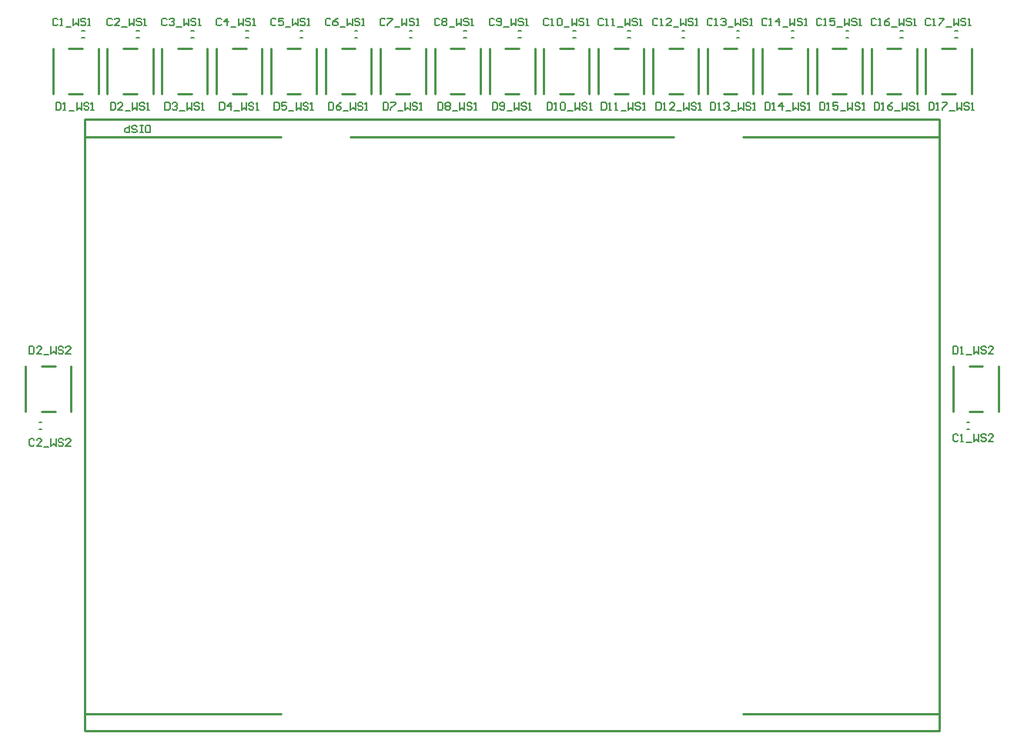
<source format=gto>
G04 Layer_Color=65535*
%FSLAX44Y44*%
%MOMM*%
G71*
G01*
G75*
%ADD12C,0.2540*%
%ADD79C,0.1778*%
%ADD80C,0.1500*%
D12*
X-469900Y0D02*
Y336550D01*
X469900D01*
X470000Y317500D02*
Y336450D01*
X-470000Y-336450D02*
Y-317500D01*
Y-336450D02*
X-469900Y-336550D01*
X469900D01*
Y0D01*
X-469900Y317500D02*
X-254000D01*
X-470000Y317400D02*
X-469900Y317500D01*
X-470000Y-317500D02*
Y317400D01*
X254000Y317500D02*
X469900D01*
X470000Y317400D01*
Y-317500D02*
Y317400D01*
X254000Y-317500D02*
X470000D01*
X-470000D02*
X-254000D01*
X-177800Y317500D02*
X177800D01*
X455000Y365000D02*
Y415000D01*
X472500D02*
X487500D01*
X472500Y365000D02*
X487500D01*
X505000D02*
Y390000D01*
Y415000D01*
X395000Y365000D02*
Y415000D01*
X412500D02*
X427500D01*
X412500Y365000D02*
X427500D01*
X445000D02*
Y390000D01*
Y415000D01*
X385000Y390000D02*
Y415000D01*
Y365000D02*
Y390000D01*
X352500Y365000D02*
X367500D01*
X352500Y415000D02*
X367500D01*
X335000Y365000D02*
Y415000D01*
X325000Y390000D02*
Y415000D01*
Y365000D02*
Y390000D01*
X292500Y365000D02*
X307500D01*
X292500Y415000D02*
X307500D01*
X275000Y365000D02*
Y415000D01*
X265000Y390000D02*
Y415000D01*
Y365000D02*
Y390000D01*
X232500Y365000D02*
X247500D01*
X232500Y415000D02*
X247500D01*
X215000Y365000D02*
Y415000D01*
X205000Y390000D02*
Y415000D01*
Y365000D02*
Y390000D01*
X172500Y365000D02*
X187500D01*
X172500Y415000D02*
X187500D01*
X155000Y365000D02*
Y415000D01*
X145000Y390000D02*
Y415000D01*
Y365000D02*
Y390000D01*
X112500Y365000D02*
X127500D01*
X112500Y415000D02*
X127500D01*
X95000Y365000D02*
Y415000D01*
X85000Y390000D02*
Y415000D01*
Y365000D02*
Y390000D01*
X52500Y365000D02*
X67500D01*
X52500Y415000D02*
X67500D01*
X35000Y365000D02*
Y415000D01*
X25000Y390000D02*
Y415000D01*
Y365000D02*
Y390000D01*
X-7500Y365000D02*
X7500D01*
X-7500Y415000D02*
X7500D01*
X-25000Y365000D02*
Y415000D01*
X-35000Y390000D02*
Y415000D01*
Y365000D02*
Y390000D01*
X-67500Y365000D02*
X-52500D01*
X-67500Y415000D02*
X-52500D01*
X-85000Y365000D02*
Y415000D01*
X-95000Y390000D02*
Y415000D01*
Y365000D02*
Y390000D01*
X-127500Y365000D02*
X-112500D01*
X-127500Y415000D02*
X-112500D01*
X-145000Y365000D02*
Y415000D01*
X-155000Y390000D02*
Y415000D01*
Y365000D02*
Y390000D01*
X-187500Y365000D02*
X-172500D01*
X-187500Y415000D02*
X-172500D01*
X-205000Y365000D02*
Y415000D01*
X-215000Y390000D02*
Y415000D01*
Y365000D02*
Y390000D01*
X-247500Y365000D02*
X-232500D01*
X-247500Y415000D02*
X-232500D01*
X-265000Y365000D02*
Y415000D01*
X-275000Y390000D02*
Y415000D01*
Y365000D02*
Y390000D01*
X-307500Y365000D02*
X-292500D01*
X-307500Y415000D02*
X-292500D01*
X-325000Y365000D02*
Y415000D01*
X-335000Y390000D02*
Y415000D01*
Y365000D02*
Y390000D01*
X-367500Y365000D02*
X-352500D01*
X-367500Y415000D02*
X-352500D01*
X-385000Y365000D02*
Y415000D01*
X-395000Y390000D02*
Y415000D01*
Y365000D02*
Y390000D01*
X-427500Y365000D02*
X-412500D01*
X-427500Y415000D02*
X-412500D01*
X-445000Y365000D02*
Y415000D01*
X-455000Y390000D02*
Y415000D01*
Y365000D02*
Y390000D01*
X-487500Y365000D02*
X-472500D01*
X-487500Y415000D02*
X-472500D01*
X-505000Y365000D02*
Y415000D01*
X-485000Y15000D02*
Y65000D01*
X-517500Y15000D02*
X-502500D01*
X-517500Y65000D02*
X-502500D01*
X-535000Y40000D02*
Y65000D01*
Y15000D02*
Y40000D01*
X535000Y15000D02*
Y65000D01*
X502500Y15000D02*
X517500D01*
X502500Y65000D02*
X517500D01*
X485000Y40000D02*
Y65000D01*
Y15000D02*
Y40000D01*
D79*
X487000Y426750D02*
X490000D01*
X487000Y434250D02*
X490000D01*
X427000Y426750D02*
X430000D01*
X427000Y434250D02*
X430000D01*
X367000D02*
X370000D01*
X367000Y426750D02*
X370000D01*
X307000Y434250D02*
X310000D01*
X307000Y426750D02*
X310000D01*
X247000Y434250D02*
X250000D01*
X247000Y426750D02*
X250000D01*
X187000Y434250D02*
X190000D01*
X187000Y426750D02*
X190000D01*
X127000Y434250D02*
X130000D01*
X127000Y426750D02*
X130000D01*
X67000Y434250D02*
X70000D01*
X67000Y426750D02*
X70000D01*
X7000Y434250D02*
X10000D01*
X7000Y426750D02*
X10000D01*
X-53000Y434250D02*
X-50000D01*
X-53000Y426750D02*
X-50000D01*
X-113000Y434250D02*
X-110000D01*
X-113000Y426750D02*
X-110000D01*
X-173000Y434250D02*
X-170000D01*
X-173000Y426750D02*
X-170000D01*
X-233000Y434250D02*
X-230000D01*
X-233000Y426750D02*
X-230000D01*
X-293000Y434250D02*
X-290000D01*
X-293000Y426750D02*
X-290000D01*
X-353000Y434250D02*
X-350000D01*
X-353000Y426750D02*
X-350000D01*
X-413000Y434250D02*
X-410000D01*
X-413000Y426750D02*
X-410000D01*
X-473000Y434250D02*
X-470000D01*
X-473000Y426750D02*
X-470000D01*
X500000Y3250D02*
X503000D01*
X500000Y-4250D02*
X503000D01*
X-520000Y3250D02*
X-517000D01*
X-520000Y-4250D02*
X-517000D01*
D80*
X-398000Y322003D02*
Y330000D01*
X-401999D01*
X-403332Y328667D01*
Y323335D01*
X-401999Y322003D01*
X-398000D01*
X-405997D02*
X-408663D01*
X-407330D01*
Y330000D01*
X-405997D01*
X-408663D01*
X-417994Y323335D02*
X-416661Y322003D01*
X-413995D01*
X-412662Y323335D01*
Y324668D01*
X-413995Y326001D01*
X-416661D01*
X-417994Y327334D01*
Y328667D01*
X-416661Y330000D01*
X-413995D01*
X-412662Y328667D01*
X-420659Y330000D02*
Y322003D01*
X-424658D01*
X-425991Y323335D01*
Y326001D01*
X-424658Y327334D01*
X-420659D01*
X-530860Y86737D02*
Y78740D01*
X-526861D01*
X-525528Y80073D01*
Y85405D01*
X-526861Y86737D01*
X-530860D01*
X-517531Y78740D02*
X-522863D01*
X-517531Y84072D01*
Y85405D01*
X-518864Y86737D01*
X-521530D01*
X-522863Y85405D01*
X-514865Y77407D02*
X-509534D01*
X-506868Y86737D02*
Y78740D01*
X-504202Y81406D01*
X-501536Y78740D01*
Y86737D01*
X-493539Y85405D02*
X-494872Y86737D01*
X-497537D01*
X-498870Y85405D01*
Y84072D01*
X-497537Y82739D01*
X-494872D01*
X-493539Y81406D01*
Y80073D01*
X-494872Y78740D01*
X-497537D01*
X-498870Y80073D01*
X-485541Y78740D02*
X-490873D01*
X-485541Y84072D01*
Y85405D01*
X-486874Y86737D01*
X-489540D01*
X-490873Y85405D01*
X485140Y86737D02*
Y78740D01*
X489139D01*
X490472Y80073D01*
Y85405D01*
X489139Y86737D01*
X485140D01*
X493137Y78740D02*
X495803D01*
X494470D01*
Y86737D01*
X493137Y85405D01*
X499802Y77407D02*
X505134D01*
X507799Y86737D02*
Y78740D01*
X510465Y81406D01*
X513131Y78740D01*
Y86737D01*
X521128Y85405D02*
X519795Y86737D01*
X517130D01*
X515797Y85405D01*
Y84072D01*
X517130Y82739D01*
X519795D01*
X521128Y81406D01*
Y80073D01*
X519795Y78740D01*
X517130D01*
X515797Y80073D01*
X529126Y78740D02*
X523794D01*
X529126Y84072D01*
Y85405D01*
X527793Y86737D01*
X525127D01*
X523794Y85405D01*
X-525528Y-16195D02*
X-526861Y-14863D01*
X-529527D01*
X-530860Y-16195D01*
Y-21527D01*
X-529527Y-22860D01*
X-526861D01*
X-525528Y-21527D01*
X-517531Y-22860D02*
X-522863D01*
X-517531Y-17528D01*
Y-16195D01*
X-518864Y-14863D01*
X-521530D01*
X-522863Y-16195D01*
X-514865Y-24193D02*
X-509534D01*
X-506868Y-14863D02*
Y-22860D01*
X-504202Y-20194D01*
X-501536Y-22860D01*
Y-14863D01*
X-493539Y-16195D02*
X-494872Y-14863D01*
X-497537D01*
X-498870Y-16195D01*
Y-17528D01*
X-497537Y-18861D01*
X-494872D01*
X-493539Y-20194D01*
Y-21527D01*
X-494872Y-22860D01*
X-497537D01*
X-498870Y-21527D01*
X-485541Y-22860D02*
X-490873D01*
X-485541Y-17528D01*
Y-16195D01*
X-486874Y-14863D01*
X-489540D01*
X-490873Y-16195D01*
X490472Y-11115D02*
X489139Y-9783D01*
X486473D01*
X485140Y-11115D01*
Y-16447D01*
X486473Y-17780D01*
X489139D01*
X490472Y-16447D01*
X493137Y-17780D02*
X495803D01*
X494470D01*
Y-9783D01*
X493137Y-11115D01*
X499802Y-19113D02*
X505134D01*
X507799Y-9783D02*
Y-17780D01*
X510465Y-15114D01*
X513131Y-17780D01*
Y-9783D01*
X521128Y-11115D02*
X519795Y-9783D01*
X517130D01*
X515797Y-11115D01*
Y-12448D01*
X517130Y-13781D01*
X519795D01*
X521128Y-15114D01*
Y-16447D01*
X519795Y-17780D01*
X517130D01*
X515797Y-16447D01*
X529126Y-17780D02*
X523794D01*
X529126Y-12448D01*
Y-11115D01*
X527793Y-9783D01*
X525127D01*
X523794Y-11115D01*
X458500Y354997D02*
Y347000D01*
X462499D01*
X463832Y348333D01*
Y353665D01*
X462499Y354997D01*
X458500D01*
X466497Y347000D02*
X469163D01*
X467830D01*
Y354997D01*
X466497Y353665D01*
X473162Y354997D02*
X478494D01*
Y353665D01*
X473162Y348333D01*
Y347000D01*
X481159Y345667D02*
X486491D01*
X489157Y354997D02*
Y347000D01*
X491823Y349666D01*
X494488Y347000D01*
Y354997D01*
X502486Y353665D02*
X501153Y354997D01*
X498487D01*
X497154Y353665D01*
Y352332D01*
X498487Y350999D01*
X501153D01*
X502486Y349666D01*
Y348333D01*
X501153Y347000D01*
X498487D01*
X497154Y348333D01*
X505152Y347000D02*
X507817D01*
X506484D01*
Y354997D01*
X505152Y353665D01*
X398500Y354997D02*
Y347000D01*
X402499D01*
X403832Y348333D01*
Y353665D01*
X402499Y354997D01*
X398500D01*
X406497Y347000D02*
X409163D01*
X407830D01*
Y354997D01*
X406497Y353665D01*
X418493Y354997D02*
X415828Y353665D01*
X413162Y350999D01*
Y348333D01*
X414495Y347000D01*
X417161D01*
X418493Y348333D01*
Y349666D01*
X417161Y350999D01*
X413162D01*
X421159Y345667D02*
X426491D01*
X429157Y354997D02*
Y347000D01*
X431823Y349666D01*
X434488Y347000D01*
Y354997D01*
X442486Y353665D02*
X441153Y354997D01*
X438487D01*
X437154Y353665D01*
Y352332D01*
X438487Y350999D01*
X441153D01*
X442486Y349666D01*
Y348333D01*
X441153Y347000D01*
X438487D01*
X437154Y348333D01*
X445152Y347000D02*
X447817D01*
X446484D01*
Y354997D01*
X445152Y353665D01*
X460332Y446665D02*
X458999Y447997D01*
X456333D01*
X455000Y446665D01*
Y441333D01*
X456333Y440000D01*
X458999D01*
X460332Y441333D01*
X462997Y440000D02*
X465663D01*
X464330D01*
Y447997D01*
X462997Y446665D01*
X469662Y447997D02*
X474994D01*
Y446665D01*
X469662Y441333D01*
Y440000D01*
X477659Y438667D02*
X482991D01*
X485657Y447997D02*
Y440000D01*
X488323Y442666D01*
X490988Y440000D01*
Y447997D01*
X498986Y446665D02*
X497653Y447997D01*
X494987D01*
X493654Y446665D01*
Y445332D01*
X494987Y443999D01*
X497653D01*
X498986Y442666D01*
Y441333D01*
X497653Y440000D01*
X494987D01*
X493654Y441333D01*
X501652Y440000D02*
X504317D01*
X502985D01*
Y447997D01*
X501652Y446665D01*
X400332D02*
X398999Y447997D01*
X396333D01*
X395000Y446665D01*
Y441333D01*
X396333Y440000D01*
X398999D01*
X400332Y441333D01*
X402997Y440000D02*
X405663D01*
X404330D01*
Y447997D01*
X402997Y446665D01*
X414994Y447997D02*
X412328Y446665D01*
X409662Y443999D01*
Y441333D01*
X410995Y440000D01*
X413661D01*
X414994Y441333D01*
Y442666D01*
X413661Y443999D01*
X409662D01*
X417659Y438667D02*
X422991D01*
X425657Y447997D02*
Y440000D01*
X428323Y442666D01*
X430988Y440000D01*
Y447997D01*
X438986Y446665D02*
X437653Y447997D01*
X434987D01*
X433654Y446665D01*
Y445332D01*
X434987Y443999D01*
X437653D01*
X438986Y442666D01*
Y441333D01*
X437653Y440000D01*
X434987D01*
X433654Y441333D01*
X441652Y440000D02*
X444317D01*
X442985D01*
Y447997D01*
X441652Y446665D01*
X340332D02*
X338999Y447997D01*
X336333D01*
X335000Y446665D01*
Y441333D01*
X336333Y440000D01*
X338999D01*
X340332Y441333D01*
X342997Y440000D02*
X345663D01*
X344330D01*
Y447997D01*
X342997Y446665D01*
X354994Y447997D02*
X349662D01*
Y443999D01*
X352328Y445332D01*
X353661D01*
X354994Y443999D01*
Y441333D01*
X353661Y440000D01*
X350995D01*
X349662Y441333D01*
X357659Y438667D02*
X362991D01*
X365657Y447997D02*
Y440000D01*
X368323Y442666D01*
X370988Y440000D01*
Y447997D01*
X378986Y446665D02*
X377653Y447997D01*
X374987D01*
X373654Y446665D01*
Y445332D01*
X374987Y443999D01*
X377653D01*
X378986Y442666D01*
Y441333D01*
X377653Y440000D01*
X374987D01*
X373654Y441333D01*
X381652Y440000D02*
X384317D01*
X382985D01*
Y447997D01*
X381652Y446665D01*
X280332D02*
X278999Y447997D01*
X276333D01*
X275000Y446665D01*
Y441333D01*
X276333Y440000D01*
X278999D01*
X280332Y441333D01*
X282997Y440000D02*
X285663D01*
X284330D01*
Y447997D01*
X282997Y446665D01*
X293661Y440000D02*
Y447997D01*
X289662Y443999D01*
X294993D01*
X297659Y438667D02*
X302991D01*
X305657Y447997D02*
Y440000D01*
X308323Y442666D01*
X310988Y440000D01*
Y447997D01*
X318986Y446665D02*
X317653Y447997D01*
X314987D01*
X313654Y446665D01*
Y445332D01*
X314987Y443999D01*
X317653D01*
X318986Y442666D01*
Y441333D01*
X317653Y440000D01*
X314987D01*
X313654Y441333D01*
X321652Y440000D02*
X324317D01*
X322985D01*
Y447997D01*
X321652Y446665D01*
X220332D02*
X218999Y447997D01*
X216333D01*
X215000Y446665D01*
Y441333D01*
X216333Y440000D01*
X218999D01*
X220332Y441333D01*
X222997Y440000D02*
X225663D01*
X224330D01*
Y447997D01*
X222997Y446665D01*
X229662D02*
X230995Y447997D01*
X233661D01*
X234993Y446665D01*
Y445332D01*
X233661Y443999D01*
X232328D01*
X233661D01*
X234993Y442666D01*
Y441333D01*
X233661Y440000D01*
X230995D01*
X229662Y441333D01*
X237659Y438667D02*
X242991D01*
X245657Y447997D02*
Y440000D01*
X248323Y442666D01*
X250988Y440000D01*
Y447997D01*
X258986Y446665D02*
X257653Y447997D01*
X254987D01*
X253654Y446665D01*
Y445332D01*
X254987Y443999D01*
X257653D01*
X258986Y442666D01*
Y441333D01*
X257653Y440000D01*
X254987D01*
X253654Y441333D01*
X261652Y440000D02*
X264317D01*
X262985D01*
Y447997D01*
X261652Y446665D01*
X160332D02*
X158999Y447997D01*
X156333D01*
X155000Y446665D01*
Y441333D01*
X156333Y440000D01*
X158999D01*
X160332Y441333D01*
X162997Y440000D02*
X165663D01*
X164330D01*
Y447997D01*
X162997Y446665D01*
X174994Y440000D02*
X169662D01*
X174994Y445332D01*
Y446665D01*
X173661Y447997D01*
X170995D01*
X169662Y446665D01*
X177659Y438667D02*
X182991D01*
X185657Y447997D02*
Y440000D01*
X188323Y442666D01*
X190988Y440000D01*
Y447997D01*
X198986Y446665D02*
X197653Y447997D01*
X194987D01*
X193654Y446665D01*
Y445332D01*
X194987Y443999D01*
X197653D01*
X198986Y442666D01*
Y441333D01*
X197653Y440000D01*
X194987D01*
X193654Y441333D01*
X201652Y440000D02*
X204317D01*
X202985D01*
Y447997D01*
X201652Y446665D01*
X100332D02*
X98999Y447997D01*
X96333D01*
X95000Y446665D01*
Y441333D01*
X96333Y440000D01*
X98999D01*
X100332Y441333D01*
X102997Y440000D02*
X105663D01*
X104330D01*
Y447997D01*
X102997Y446665D01*
X109662Y440000D02*
X112328D01*
X110995D01*
Y447997D01*
X109662Y446665D01*
X116327Y438667D02*
X121658D01*
X124324Y447997D02*
Y440000D01*
X126990Y442666D01*
X129656Y440000D01*
Y447997D01*
X137653Y446665D02*
X136320Y447997D01*
X133654D01*
X132321Y446665D01*
Y445332D01*
X133654Y443999D01*
X136320D01*
X137653Y442666D01*
Y441333D01*
X136320Y440000D01*
X133654D01*
X132321Y441333D01*
X140319Y440000D02*
X142985D01*
X141652D01*
Y447997D01*
X140319Y446665D01*
X40332D02*
X38999Y447997D01*
X36333D01*
X35000Y446665D01*
Y441333D01*
X36333Y440000D01*
X38999D01*
X40332Y441333D01*
X42997Y440000D02*
X45663D01*
X44330D01*
Y447997D01*
X42997Y446665D01*
X49662D02*
X50995Y447997D01*
X53661D01*
X54994Y446665D01*
Y441333D01*
X53661Y440000D01*
X50995D01*
X49662Y441333D01*
Y446665D01*
X57659Y438667D02*
X62991D01*
X65657Y447997D02*
Y440000D01*
X68323Y442666D01*
X70988Y440000D01*
Y447997D01*
X78986Y446665D02*
X77653Y447997D01*
X74987D01*
X73654Y446665D01*
Y445332D01*
X74987Y443999D01*
X77653D01*
X78986Y442666D01*
Y441333D01*
X77653Y440000D01*
X74987D01*
X73654Y441333D01*
X81652Y440000D02*
X84317D01*
X82985D01*
Y447997D01*
X81652Y446665D01*
X-19668D02*
X-21001Y447997D01*
X-23667D01*
X-25000Y446665D01*
Y441333D01*
X-23667Y440000D01*
X-21001D01*
X-19668Y441333D01*
X-17003D02*
X-15670Y440000D01*
X-13004D01*
X-11671Y441333D01*
Y446665D01*
X-13004Y447997D01*
X-15670D01*
X-17003Y446665D01*
Y445332D01*
X-15670Y443999D01*
X-11671D01*
X-9005Y438667D02*
X-3674D01*
X-1008Y447997D02*
Y440000D01*
X1658Y442666D01*
X4324Y440000D01*
Y447997D01*
X12321Y446665D02*
X10988Y447997D01*
X8323D01*
X6990Y446665D01*
Y445332D01*
X8323Y443999D01*
X10988D01*
X12321Y442666D01*
Y441333D01*
X10988Y440000D01*
X8323D01*
X6990Y441333D01*
X14987Y440000D02*
X17653D01*
X16320D01*
Y447997D01*
X14987Y446665D01*
X-79668D02*
X-81001Y447997D01*
X-83667D01*
X-85000Y446665D01*
Y441333D01*
X-83667Y440000D01*
X-81001D01*
X-79668Y441333D01*
X-77003Y446665D02*
X-75670Y447997D01*
X-73004D01*
X-71671Y446665D01*
Y445332D01*
X-73004Y443999D01*
X-71671Y442666D01*
Y441333D01*
X-73004Y440000D01*
X-75670D01*
X-77003Y441333D01*
Y442666D01*
X-75670Y443999D01*
X-77003Y445332D01*
Y446665D01*
X-75670Y443999D02*
X-73004D01*
X-69005Y438667D02*
X-63674D01*
X-61008Y447997D02*
Y440000D01*
X-58342Y442666D01*
X-55676Y440000D01*
Y447997D01*
X-47679Y446665D02*
X-49012Y447997D01*
X-51677D01*
X-53010Y446665D01*
Y445332D01*
X-51677Y443999D01*
X-49012D01*
X-47679Y442666D01*
Y441333D01*
X-49012Y440000D01*
X-51677D01*
X-53010Y441333D01*
X-45013Y440000D02*
X-42347D01*
X-43680D01*
Y447997D01*
X-45013Y446665D01*
X-139668D02*
X-141001Y447997D01*
X-143667D01*
X-145000Y446665D01*
Y441333D01*
X-143667Y440000D01*
X-141001D01*
X-139668Y441333D01*
X-137003Y447997D02*
X-131671D01*
Y446665D01*
X-137003Y441333D01*
Y440000D01*
X-129005Y438667D02*
X-123674D01*
X-121008Y447997D02*
Y440000D01*
X-118342Y442666D01*
X-115676Y440000D01*
Y447997D01*
X-107679Y446665D02*
X-109012Y447997D01*
X-111677D01*
X-113010Y446665D01*
Y445332D01*
X-111677Y443999D01*
X-109012D01*
X-107679Y442666D01*
Y441333D01*
X-109012Y440000D01*
X-111677D01*
X-113010Y441333D01*
X-105013Y440000D02*
X-102347D01*
X-103680D01*
Y447997D01*
X-105013Y446665D01*
X-199668D02*
X-201001Y447997D01*
X-203667D01*
X-205000Y446665D01*
Y441333D01*
X-203667Y440000D01*
X-201001D01*
X-199668Y441333D01*
X-191671Y447997D02*
X-194337Y446665D01*
X-197003Y443999D01*
Y441333D01*
X-195670Y440000D01*
X-193004D01*
X-191671Y441333D01*
Y442666D01*
X-193004Y443999D01*
X-197003D01*
X-189005Y438667D02*
X-183674D01*
X-181008Y447997D02*
Y440000D01*
X-178342Y442666D01*
X-175676Y440000D01*
Y447997D01*
X-167679Y446665D02*
X-169012Y447997D01*
X-171677D01*
X-173010Y446665D01*
Y445332D01*
X-171677Y443999D01*
X-169012D01*
X-167679Y442666D01*
Y441333D01*
X-169012Y440000D01*
X-171677D01*
X-173010Y441333D01*
X-165013Y440000D02*
X-162347D01*
X-163680D01*
Y447997D01*
X-165013Y446665D01*
X-259668D02*
X-261001Y447997D01*
X-263667D01*
X-265000Y446665D01*
Y441333D01*
X-263667Y440000D01*
X-261001D01*
X-259668Y441333D01*
X-251671Y447997D02*
X-257003D01*
Y443999D01*
X-254337Y445332D01*
X-253004D01*
X-251671Y443999D01*
Y441333D01*
X-253004Y440000D01*
X-255670D01*
X-257003Y441333D01*
X-249005Y438667D02*
X-243674D01*
X-241008Y447997D02*
Y440000D01*
X-238342Y442666D01*
X-235676Y440000D01*
Y447997D01*
X-227679Y446665D02*
X-229012Y447997D01*
X-231677D01*
X-233010Y446665D01*
Y445332D01*
X-231677Y443999D01*
X-229012D01*
X-227679Y442666D01*
Y441333D01*
X-229012Y440000D01*
X-231677D01*
X-233010Y441333D01*
X-225013Y440000D02*
X-222347D01*
X-223680D01*
Y447997D01*
X-225013Y446665D01*
X-319668D02*
X-321001Y447997D01*
X-323667D01*
X-325000Y446665D01*
Y441333D01*
X-323667Y440000D01*
X-321001D01*
X-319668Y441333D01*
X-313004Y440000D02*
Y447997D01*
X-317003Y443999D01*
X-311671D01*
X-309005Y438667D02*
X-303674D01*
X-301008Y447997D02*
Y440000D01*
X-298342Y442666D01*
X-295676Y440000D01*
Y447997D01*
X-287679Y446665D02*
X-289012Y447997D01*
X-291677D01*
X-293010Y446665D01*
Y445332D01*
X-291677Y443999D01*
X-289012D01*
X-287679Y442666D01*
Y441333D01*
X-289012Y440000D01*
X-291677D01*
X-293010Y441333D01*
X-285013Y440000D02*
X-282347D01*
X-283680D01*
Y447997D01*
X-285013Y446665D01*
X-379668D02*
X-381001Y447997D01*
X-383667D01*
X-385000Y446665D01*
Y441333D01*
X-383667Y440000D01*
X-381001D01*
X-379668Y441333D01*
X-377003Y446665D02*
X-375670Y447997D01*
X-373004D01*
X-371671Y446665D01*
Y445332D01*
X-373004Y443999D01*
X-374337D01*
X-373004D01*
X-371671Y442666D01*
Y441333D01*
X-373004Y440000D01*
X-375670D01*
X-377003Y441333D01*
X-369005Y438667D02*
X-363674D01*
X-361008Y447997D02*
Y440000D01*
X-358342Y442666D01*
X-355676Y440000D01*
Y447997D01*
X-347679Y446665D02*
X-349012Y447997D01*
X-351677D01*
X-353010Y446665D01*
Y445332D01*
X-351677Y443999D01*
X-349012D01*
X-347679Y442666D01*
Y441333D01*
X-349012Y440000D01*
X-351677D01*
X-353010Y441333D01*
X-345013Y440000D02*
X-342347D01*
X-343680D01*
Y447997D01*
X-345013Y446665D01*
X-439668D02*
X-441001Y447997D01*
X-443667D01*
X-445000Y446665D01*
Y441333D01*
X-443667Y440000D01*
X-441001D01*
X-439668Y441333D01*
X-431671Y440000D02*
X-437003D01*
X-431671Y445332D01*
Y446665D01*
X-433004Y447997D01*
X-435670D01*
X-437003Y446665D01*
X-429005Y438667D02*
X-423674D01*
X-421008Y447997D02*
Y440000D01*
X-418342Y442666D01*
X-415676Y440000D01*
Y447997D01*
X-407679Y446665D02*
X-409012Y447997D01*
X-411677D01*
X-413010Y446665D01*
Y445332D01*
X-411677Y443999D01*
X-409012D01*
X-407679Y442666D01*
Y441333D01*
X-409012Y440000D01*
X-411677D01*
X-413010Y441333D01*
X-405013Y440000D02*
X-402347D01*
X-403680D01*
Y447997D01*
X-405013Y446665D01*
X-499668D02*
X-501001Y447997D01*
X-503667D01*
X-505000Y446665D01*
Y441333D01*
X-503667Y440000D01*
X-501001D01*
X-499668Y441333D01*
X-497003Y440000D02*
X-494337D01*
X-495670D01*
Y447997D01*
X-497003Y446665D01*
X-490338Y438667D02*
X-485006D01*
X-482341Y447997D02*
Y440000D01*
X-479675Y442666D01*
X-477009Y440000D01*
Y447997D01*
X-469012Y446665D02*
X-470345Y447997D01*
X-473010D01*
X-474343Y446665D01*
Y445332D01*
X-473010Y443999D01*
X-470345D01*
X-469012Y442666D01*
Y441333D01*
X-470345Y440000D01*
X-473010D01*
X-474343Y441333D01*
X-466346Y440000D02*
X-463680D01*
X-465013D01*
Y447997D01*
X-466346Y446665D01*
X338500Y354997D02*
Y347000D01*
X342499D01*
X343832Y348333D01*
Y353665D01*
X342499Y354997D01*
X338500D01*
X346497Y347000D02*
X349163D01*
X347830D01*
Y354997D01*
X346497Y353665D01*
X358494Y354997D02*
X353162D01*
Y350999D01*
X355828Y352332D01*
X357161D01*
X358494Y350999D01*
Y348333D01*
X357161Y347000D01*
X354495D01*
X353162Y348333D01*
X361159Y345667D02*
X366491D01*
X369157Y354997D02*
Y347000D01*
X371823Y349666D01*
X374488Y347000D01*
Y354997D01*
X382486Y353665D02*
X381153Y354997D01*
X378487D01*
X377154Y353665D01*
Y352332D01*
X378487Y350999D01*
X381153D01*
X382486Y349666D01*
Y348333D01*
X381153Y347000D01*
X378487D01*
X377154Y348333D01*
X385152Y347000D02*
X387817D01*
X386484D01*
Y354997D01*
X385152Y353665D01*
X278500Y354997D02*
Y347000D01*
X282499D01*
X283832Y348333D01*
Y353665D01*
X282499Y354997D01*
X278500D01*
X286497Y347000D02*
X289163D01*
X287830D01*
Y354997D01*
X286497Y353665D01*
X297161Y347000D02*
Y354997D01*
X293162Y350999D01*
X298494D01*
X301159Y345667D02*
X306491D01*
X309157Y354997D02*
Y347000D01*
X311823Y349666D01*
X314488Y347000D01*
Y354997D01*
X322486Y353665D02*
X321153Y354997D01*
X318487D01*
X317154Y353665D01*
Y352332D01*
X318487Y350999D01*
X321153D01*
X322486Y349666D01*
Y348333D01*
X321153Y347000D01*
X318487D01*
X317154Y348333D01*
X325152Y347000D02*
X327817D01*
X326484D01*
Y354997D01*
X325152Y353665D01*
X218500Y354997D02*
Y347000D01*
X222499D01*
X223832Y348333D01*
Y353665D01*
X222499Y354997D01*
X218500D01*
X226497Y347000D02*
X229163D01*
X227830D01*
Y354997D01*
X226497Y353665D01*
X233162D02*
X234495Y354997D01*
X237161D01*
X238494Y353665D01*
Y352332D01*
X237161Y350999D01*
X235828D01*
X237161D01*
X238494Y349666D01*
Y348333D01*
X237161Y347000D01*
X234495D01*
X233162Y348333D01*
X241159Y345667D02*
X246491D01*
X249157Y354997D02*
Y347000D01*
X251823Y349666D01*
X254488Y347000D01*
Y354997D01*
X262486Y353665D02*
X261153Y354997D01*
X258487D01*
X257154Y353665D01*
Y352332D01*
X258487Y350999D01*
X261153D01*
X262486Y349666D01*
Y348333D01*
X261153Y347000D01*
X258487D01*
X257154Y348333D01*
X265152Y347000D02*
X267817D01*
X266485D01*
Y354997D01*
X265152Y353665D01*
X158500Y354997D02*
Y347000D01*
X162499D01*
X163832Y348333D01*
Y353665D01*
X162499Y354997D01*
X158500D01*
X166497Y347000D02*
X169163D01*
X167830D01*
Y354997D01*
X166497Y353665D01*
X178494Y347000D02*
X173162D01*
X178494Y352332D01*
Y353665D01*
X177161Y354997D01*
X174495D01*
X173162Y353665D01*
X181159Y345667D02*
X186491D01*
X189157Y354997D02*
Y347000D01*
X191823Y349666D01*
X194488Y347000D01*
Y354997D01*
X202486Y353665D02*
X201153Y354997D01*
X198487D01*
X197154Y353665D01*
Y352332D01*
X198487Y350999D01*
X201153D01*
X202486Y349666D01*
Y348333D01*
X201153Y347000D01*
X198487D01*
X197154Y348333D01*
X205152Y347000D02*
X207817D01*
X206485D01*
Y354997D01*
X205152Y353665D01*
X98500Y354997D02*
Y347000D01*
X102499D01*
X103832Y348333D01*
Y353665D01*
X102499Y354997D01*
X98500D01*
X106497Y347000D02*
X109163D01*
X107830D01*
Y354997D01*
X106497Y353665D01*
X113162Y347000D02*
X115828D01*
X114495D01*
Y354997D01*
X113162Y353665D01*
X119826Y345667D02*
X125158D01*
X127824Y354997D02*
Y347000D01*
X130490Y349666D01*
X133155Y347000D01*
Y354997D01*
X141153Y353665D02*
X139820Y354997D01*
X137154D01*
X135821Y353665D01*
Y352332D01*
X137154Y350999D01*
X139820D01*
X141153Y349666D01*
Y348333D01*
X139820Y347000D01*
X137154D01*
X135821Y348333D01*
X143819Y347000D02*
X146484D01*
X145152D01*
Y354997D01*
X143819Y353665D01*
X38500Y354997D02*
Y347000D01*
X42499D01*
X43832Y348333D01*
Y353665D01*
X42499Y354997D01*
X38500D01*
X46497Y347000D02*
X49163D01*
X47830D01*
Y354997D01*
X46497Y353665D01*
X53162D02*
X54495Y354997D01*
X57161D01*
X58494Y353665D01*
Y348333D01*
X57161Y347000D01*
X54495D01*
X53162Y348333D01*
Y353665D01*
X61159Y345667D02*
X66491D01*
X69157Y354997D02*
Y347000D01*
X71823Y349666D01*
X74488Y347000D01*
Y354997D01*
X82486Y353665D02*
X81153Y354997D01*
X78487D01*
X77154Y353665D01*
Y352332D01*
X78487Y350999D01*
X81153D01*
X82486Y349666D01*
Y348333D01*
X81153Y347000D01*
X78487D01*
X77154Y348333D01*
X85152Y347000D02*
X87817D01*
X86484D01*
Y354997D01*
X85152Y353665D01*
X-21500Y354997D02*
Y347000D01*
X-17501D01*
X-16168Y348333D01*
Y353665D01*
X-17501Y354997D01*
X-21500D01*
X-13503Y348333D02*
X-12170Y347000D01*
X-9504D01*
X-8171Y348333D01*
Y353665D01*
X-9504Y354997D01*
X-12170D01*
X-13503Y353665D01*
Y352332D01*
X-12170Y350999D01*
X-8171D01*
X-5505Y345667D02*
X-174D01*
X2492Y354997D02*
Y347000D01*
X5158Y349666D01*
X7824Y347000D01*
Y354997D01*
X15821Y353665D02*
X14488Y354997D01*
X11823D01*
X10490Y353665D01*
Y352332D01*
X11823Y350999D01*
X14488D01*
X15821Y349666D01*
Y348333D01*
X14488Y347000D01*
X11823D01*
X10490Y348333D01*
X18487Y347000D02*
X21153D01*
X19820D01*
Y354997D01*
X18487Y353665D01*
X-81500Y354997D02*
Y347000D01*
X-77501D01*
X-76168Y348333D01*
Y353665D01*
X-77501Y354997D01*
X-81500D01*
X-73503Y353665D02*
X-72170Y354997D01*
X-69504D01*
X-68171Y353665D01*
Y352332D01*
X-69504Y350999D01*
X-68171Y349666D01*
Y348333D01*
X-69504Y347000D01*
X-72170D01*
X-73503Y348333D01*
Y349666D01*
X-72170Y350999D01*
X-73503Y352332D01*
Y353665D01*
X-72170Y350999D02*
X-69504D01*
X-65505Y345667D02*
X-60174D01*
X-57508Y354997D02*
Y347000D01*
X-54842Y349666D01*
X-52176Y347000D01*
Y354997D01*
X-44179Y353665D02*
X-45512Y354997D01*
X-48177D01*
X-49510Y353665D01*
Y352332D01*
X-48177Y350999D01*
X-45512D01*
X-44179Y349666D01*
Y348333D01*
X-45512Y347000D01*
X-48177D01*
X-49510Y348333D01*
X-41513Y347000D02*
X-38847D01*
X-40180D01*
Y354997D01*
X-41513Y353665D01*
X-141500Y354997D02*
Y347000D01*
X-137501D01*
X-136168Y348333D01*
Y353665D01*
X-137501Y354997D01*
X-141500D01*
X-133503D02*
X-128171D01*
Y353665D01*
X-133503Y348333D01*
Y347000D01*
X-125505Y345667D02*
X-120174D01*
X-117508Y354997D02*
Y347000D01*
X-114842Y349666D01*
X-112176Y347000D01*
Y354997D01*
X-104179Y353665D02*
X-105512Y354997D01*
X-108177D01*
X-109510Y353665D01*
Y352332D01*
X-108177Y350999D01*
X-105512D01*
X-104179Y349666D01*
Y348333D01*
X-105512Y347000D01*
X-108177D01*
X-109510Y348333D01*
X-101513Y347000D02*
X-98847D01*
X-100180D01*
Y354997D01*
X-101513Y353665D01*
X-201500Y354997D02*
Y347000D01*
X-197501D01*
X-196168Y348333D01*
Y353665D01*
X-197501Y354997D01*
X-201500D01*
X-188171D02*
X-190837Y353665D01*
X-193503Y350999D01*
Y348333D01*
X-192170Y347000D01*
X-189504D01*
X-188171Y348333D01*
Y349666D01*
X-189504Y350999D01*
X-193503D01*
X-185505Y345667D02*
X-180174D01*
X-177508Y354997D02*
Y347000D01*
X-174842Y349666D01*
X-172176Y347000D01*
Y354997D01*
X-164179Y353665D02*
X-165512Y354997D01*
X-168177D01*
X-169510Y353665D01*
Y352332D01*
X-168177Y350999D01*
X-165512D01*
X-164179Y349666D01*
Y348333D01*
X-165512Y347000D01*
X-168177D01*
X-169510Y348333D01*
X-161513Y347000D02*
X-158847D01*
X-160180D01*
Y354997D01*
X-161513Y353665D01*
X-261500Y354997D02*
Y347000D01*
X-257501D01*
X-256168Y348333D01*
Y353665D01*
X-257501Y354997D01*
X-261500D01*
X-248171D02*
X-253503D01*
Y350999D01*
X-250837Y352332D01*
X-249504D01*
X-248171Y350999D01*
Y348333D01*
X-249504Y347000D01*
X-252170D01*
X-253503Y348333D01*
X-245505Y345667D02*
X-240173D01*
X-237508Y354997D02*
Y347000D01*
X-234842Y349666D01*
X-232176Y347000D01*
Y354997D01*
X-224179Y353665D02*
X-225512Y354997D01*
X-228177D01*
X-229510Y353665D01*
Y352332D01*
X-228177Y350999D01*
X-225512D01*
X-224179Y349666D01*
Y348333D01*
X-225512Y347000D01*
X-228177D01*
X-229510Y348333D01*
X-221513Y347000D02*
X-218847D01*
X-220180D01*
Y354997D01*
X-221513Y353665D01*
X-321500Y354997D02*
Y347000D01*
X-317501D01*
X-316168Y348333D01*
Y353665D01*
X-317501Y354997D01*
X-321500D01*
X-309504Y347000D02*
Y354997D01*
X-313503Y350999D01*
X-308171D01*
X-305505Y345667D02*
X-300173D01*
X-297508Y354997D02*
Y347000D01*
X-294842Y349666D01*
X-292176Y347000D01*
Y354997D01*
X-284179Y353665D02*
X-285512Y354997D01*
X-288177D01*
X-289510Y353665D01*
Y352332D01*
X-288177Y350999D01*
X-285512D01*
X-284179Y349666D01*
Y348333D01*
X-285512Y347000D01*
X-288177D01*
X-289510Y348333D01*
X-281513Y347000D02*
X-278847D01*
X-280180D01*
Y354997D01*
X-281513Y353665D01*
X-381500Y354997D02*
Y347000D01*
X-377501D01*
X-376168Y348333D01*
Y353665D01*
X-377501Y354997D01*
X-381500D01*
X-373503Y353665D02*
X-372170Y354997D01*
X-369504D01*
X-368171Y353665D01*
Y352332D01*
X-369504Y350999D01*
X-370837D01*
X-369504D01*
X-368171Y349666D01*
Y348333D01*
X-369504Y347000D01*
X-372170D01*
X-373503Y348333D01*
X-365505Y345667D02*
X-360173D01*
X-357508Y354997D02*
Y347000D01*
X-354842Y349666D01*
X-352176Y347000D01*
Y354997D01*
X-344179Y353665D02*
X-345512Y354997D01*
X-348177D01*
X-349510Y353665D01*
Y352332D01*
X-348177Y350999D01*
X-345512D01*
X-344179Y349666D01*
Y348333D01*
X-345512Y347000D01*
X-348177D01*
X-349510Y348333D01*
X-341513Y347000D02*
X-338847D01*
X-340180D01*
Y354997D01*
X-341513Y353665D01*
X-441500Y354997D02*
Y347000D01*
X-437501D01*
X-436168Y348333D01*
Y353665D01*
X-437501Y354997D01*
X-441500D01*
X-428171Y347000D02*
X-433503D01*
X-428171Y352332D01*
Y353665D01*
X-429504Y354997D01*
X-432170D01*
X-433503Y353665D01*
X-425505Y345667D02*
X-420174D01*
X-417508Y354997D02*
Y347000D01*
X-414842Y349666D01*
X-412176Y347000D01*
Y354997D01*
X-404179Y353665D02*
X-405512Y354997D01*
X-408177D01*
X-409510Y353665D01*
Y352332D01*
X-408177Y350999D01*
X-405512D01*
X-404179Y349666D01*
Y348333D01*
X-405512Y347000D01*
X-408177D01*
X-409510Y348333D01*
X-401513Y347000D02*
X-398847D01*
X-400180D01*
Y354997D01*
X-401513Y353665D01*
X-501500Y354997D02*
Y347000D01*
X-497501D01*
X-496168Y348333D01*
Y353665D01*
X-497501Y354997D01*
X-501500D01*
X-493503Y347000D02*
X-490837D01*
X-492170D01*
Y354997D01*
X-493503Y353665D01*
X-486838Y345667D02*
X-481506D01*
X-478841Y354997D02*
Y347000D01*
X-476175Y349666D01*
X-473509Y347000D01*
Y354997D01*
X-465512Y353665D02*
X-466844Y354997D01*
X-469510D01*
X-470843Y353665D01*
Y352332D01*
X-469510Y350999D01*
X-466844D01*
X-465512Y349666D01*
Y348333D01*
X-466844Y347000D01*
X-469510D01*
X-470843Y348333D01*
X-462846Y347000D02*
X-460180D01*
X-461513D01*
Y354997D01*
X-462846Y353665D01*
M02*

</source>
